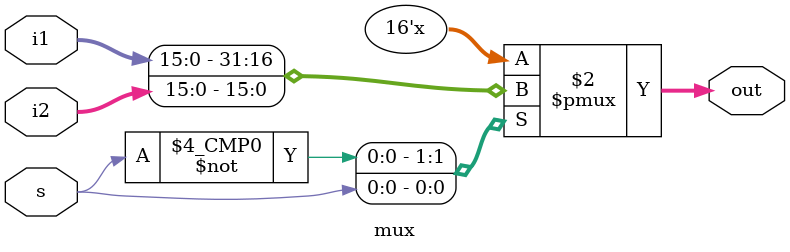
<source format=v>
/*One drawback of the ripple carry adder (See previous exercise) is that the delay
for an adder to compute the carry out (from the carry-in, in the worst case) is 
fairly slow, and the second-stage adder cannot begin computing its carry-out until
the first-stage adder has finished. This makes the adder slow. One improvement is a 
carry-select adder, shown below. The first-stage adder is the same as before, but we
duplicate the second-stage adder, one assuming carry-in=0 and one assuming carry-in=1
then using a fast 2-to-1 multiplexer to select which result happened to be correct.
In this exercise, you are provided with the same module add16 as the 
previous exercise, which adds two 16-bit numbers with carry-in and produces a carry-out and 16-bit sum. 
You must instantiate three of these to build the carry-select adder, using your own 16-bit 2-to-1 multiplexer.

Connect the modules together as shown in the diagram below. 
The provided module add16 has the following declaration:

module add16 ( input[15:0] a, input[15:0] b, input cin, output[15:0] sum, output cout );*/
module top_module(
    input [31:0] a,
    input [31:0] b,
    output [31:0] sum
);
    wire c1,c2,c3;
    wire [15:0]w1,w2;
    add16 m1(a[15:0],b[15:0],0,sum[15:0],c1);
    add16 m2(a[31:16],b[31:16],0,w1,c2);
    add16 m3(a[31:16],b[31:16],1,w2,c3);
    mux mx1(w1,w2,c1,sum[31:16]);
endmodule
  

module mux(input [15:0]i1,i2,input s,output reg [15:0]out);
        always@(s)
            begin
                case({s})
                    1'b0: out=i1;
                    1'b1: out=i2;
                endcase
            end
        
endmodule
</source>
